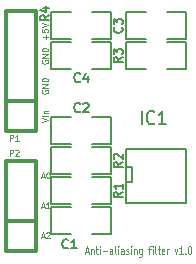
<source format=gto>
G04 (created by PCBNEW (2013-07-07 BZR 4022)-stable) date 9/22/2014 1:32:09 PM*
%MOIN*%
G04 Gerber Fmt 3.4, Leading zero omitted, Abs format*
%FSLAX34Y34*%
G01*
G70*
G90*
G04 APERTURE LIST*
%ADD10C,0.00590551*%
%ADD11C,0.00492126*%
%ADD12C,0.005*%
%ADD13C,0.012*%
G04 APERTURE END LIST*
G54D10*
G54D11*
X10942Y-14832D02*
X11036Y-14832D01*
X10923Y-14911D02*
X10989Y-14635D01*
X11054Y-14911D01*
X11120Y-14727D02*
X11120Y-14911D01*
X11120Y-14754D02*
X11129Y-14740D01*
X11148Y-14727D01*
X11176Y-14727D01*
X11195Y-14740D01*
X11204Y-14767D01*
X11204Y-14911D01*
X11270Y-14727D02*
X11345Y-14727D01*
X11298Y-14635D02*
X11298Y-14872D01*
X11307Y-14898D01*
X11326Y-14911D01*
X11345Y-14911D01*
X11411Y-14911D02*
X11411Y-14727D01*
X11411Y-14635D02*
X11401Y-14649D01*
X11411Y-14662D01*
X11420Y-14649D01*
X11411Y-14635D01*
X11411Y-14662D01*
X11504Y-14806D02*
X11654Y-14806D01*
X11832Y-14911D02*
X11832Y-14767D01*
X11823Y-14740D01*
X11804Y-14727D01*
X11767Y-14727D01*
X11748Y-14740D01*
X11832Y-14898D02*
X11814Y-14911D01*
X11767Y-14911D01*
X11748Y-14898D01*
X11739Y-14872D01*
X11739Y-14845D01*
X11748Y-14819D01*
X11767Y-14806D01*
X11814Y-14806D01*
X11832Y-14793D01*
X11954Y-14911D02*
X11936Y-14898D01*
X11926Y-14872D01*
X11926Y-14635D01*
X12029Y-14911D02*
X12029Y-14727D01*
X12029Y-14635D02*
X12020Y-14649D01*
X12029Y-14662D01*
X12039Y-14649D01*
X12029Y-14635D01*
X12029Y-14662D01*
X12207Y-14911D02*
X12207Y-14767D01*
X12198Y-14740D01*
X12179Y-14727D01*
X12142Y-14727D01*
X12123Y-14740D01*
X12207Y-14898D02*
X12189Y-14911D01*
X12142Y-14911D01*
X12123Y-14898D01*
X12114Y-14872D01*
X12114Y-14845D01*
X12123Y-14819D01*
X12142Y-14806D01*
X12189Y-14806D01*
X12207Y-14793D01*
X12292Y-14898D02*
X12310Y-14911D01*
X12348Y-14911D01*
X12367Y-14898D01*
X12376Y-14872D01*
X12376Y-14859D01*
X12367Y-14832D01*
X12348Y-14819D01*
X12320Y-14819D01*
X12301Y-14806D01*
X12292Y-14780D01*
X12292Y-14767D01*
X12301Y-14740D01*
X12320Y-14727D01*
X12348Y-14727D01*
X12367Y-14740D01*
X12460Y-14911D02*
X12460Y-14727D01*
X12460Y-14635D02*
X12451Y-14649D01*
X12460Y-14662D01*
X12470Y-14649D01*
X12460Y-14635D01*
X12460Y-14662D01*
X12554Y-14727D02*
X12554Y-14911D01*
X12554Y-14754D02*
X12564Y-14740D01*
X12582Y-14727D01*
X12610Y-14727D01*
X12629Y-14740D01*
X12639Y-14767D01*
X12639Y-14911D01*
X12817Y-14727D02*
X12817Y-14950D01*
X12807Y-14977D01*
X12798Y-14990D01*
X12779Y-15003D01*
X12751Y-15003D01*
X12732Y-14990D01*
X12817Y-14898D02*
X12798Y-14911D01*
X12760Y-14911D01*
X12742Y-14898D01*
X12732Y-14885D01*
X12723Y-14859D01*
X12723Y-14780D01*
X12732Y-14754D01*
X12742Y-14740D01*
X12760Y-14727D01*
X12798Y-14727D01*
X12817Y-14740D01*
X13032Y-14727D02*
X13107Y-14727D01*
X13060Y-14911D02*
X13060Y-14675D01*
X13070Y-14649D01*
X13089Y-14635D01*
X13107Y-14635D01*
X13173Y-14911D02*
X13173Y-14727D01*
X13173Y-14635D02*
X13164Y-14649D01*
X13173Y-14662D01*
X13182Y-14649D01*
X13173Y-14635D01*
X13173Y-14662D01*
X13295Y-14911D02*
X13276Y-14898D01*
X13267Y-14872D01*
X13267Y-14635D01*
X13342Y-14727D02*
X13417Y-14727D01*
X13370Y-14635D02*
X13370Y-14872D01*
X13379Y-14898D01*
X13398Y-14911D01*
X13417Y-14911D01*
X13557Y-14898D02*
X13538Y-14911D01*
X13501Y-14911D01*
X13482Y-14898D01*
X13473Y-14872D01*
X13473Y-14767D01*
X13482Y-14740D01*
X13501Y-14727D01*
X13538Y-14727D01*
X13557Y-14740D01*
X13567Y-14767D01*
X13567Y-14793D01*
X13473Y-14819D01*
X13651Y-14911D02*
X13651Y-14727D01*
X13651Y-14780D02*
X13660Y-14754D01*
X13670Y-14740D01*
X13688Y-14727D01*
X13707Y-14727D01*
X13904Y-14727D02*
X13951Y-14911D01*
X13998Y-14727D01*
X14176Y-14911D02*
X14063Y-14911D01*
X14120Y-14911D02*
X14120Y-14635D01*
X14101Y-14675D01*
X14082Y-14701D01*
X14063Y-14714D01*
X14260Y-14885D02*
X14270Y-14898D01*
X14260Y-14911D01*
X14251Y-14898D01*
X14260Y-14885D01*
X14260Y-14911D01*
X14391Y-14635D02*
X14410Y-14635D01*
X14429Y-14649D01*
X14438Y-14662D01*
X14448Y-14688D01*
X14457Y-14740D01*
X14457Y-14806D01*
X14448Y-14859D01*
X14438Y-14885D01*
X14429Y-14898D01*
X14410Y-14911D01*
X14391Y-14911D01*
X14373Y-14898D01*
X14363Y-14885D01*
X14354Y-14859D01*
X14345Y-14806D01*
X14345Y-14740D01*
X14354Y-14688D01*
X14363Y-14662D01*
X14373Y-14649D01*
X14391Y-14635D01*
X9459Y-14323D02*
X9553Y-14323D01*
X9440Y-14379D02*
X9506Y-14182D01*
X9571Y-14379D01*
X9628Y-14201D02*
X9637Y-14192D01*
X9656Y-14182D01*
X9703Y-14182D01*
X9721Y-14192D01*
X9731Y-14201D01*
X9740Y-14220D01*
X9740Y-14239D01*
X9731Y-14267D01*
X9618Y-14379D01*
X9740Y-14379D01*
X9459Y-13323D02*
X9553Y-13323D01*
X9440Y-13379D02*
X9506Y-13182D01*
X9571Y-13379D01*
X9740Y-13379D02*
X9628Y-13379D01*
X9684Y-13379D02*
X9684Y-13182D01*
X9665Y-13210D01*
X9646Y-13229D01*
X9628Y-13239D01*
X9459Y-12323D02*
X9553Y-12323D01*
X9440Y-12379D02*
X9506Y-12182D01*
X9571Y-12379D01*
X9674Y-12182D02*
X9693Y-12182D01*
X9712Y-12192D01*
X9721Y-12201D01*
X9731Y-12220D01*
X9740Y-12257D01*
X9740Y-12304D01*
X9731Y-12342D01*
X9721Y-12360D01*
X9712Y-12370D01*
X9693Y-12379D01*
X9674Y-12379D01*
X9656Y-12370D01*
X9646Y-12360D01*
X9637Y-12342D01*
X9628Y-12304D01*
X9628Y-12257D01*
X9637Y-12220D01*
X9646Y-12201D01*
X9656Y-12192D01*
X9674Y-12182D01*
X9482Y-10501D02*
X9679Y-10435D01*
X9482Y-10370D01*
X9679Y-10304D02*
X9548Y-10304D01*
X9482Y-10304D02*
X9492Y-10314D01*
X9501Y-10304D01*
X9492Y-10295D01*
X9482Y-10304D01*
X9501Y-10304D01*
X9548Y-10210D02*
X9679Y-10210D01*
X9567Y-10210D02*
X9557Y-10201D01*
X9548Y-10182D01*
X9548Y-10154D01*
X9557Y-10135D01*
X9576Y-10126D01*
X9679Y-10126D01*
X9604Y-7753D02*
X9604Y-7603D01*
X9679Y-7678D02*
X9529Y-7678D01*
X9482Y-7415D02*
X9482Y-7509D01*
X9576Y-7518D01*
X9567Y-7509D01*
X9557Y-7490D01*
X9557Y-7443D01*
X9567Y-7425D01*
X9576Y-7415D01*
X9595Y-7406D01*
X9642Y-7406D01*
X9660Y-7415D01*
X9670Y-7425D01*
X9679Y-7443D01*
X9679Y-7490D01*
X9670Y-7509D01*
X9660Y-7518D01*
X9482Y-7350D02*
X9679Y-7284D01*
X9482Y-7218D01*
X9492Y-9449D02*
X9482Y-9468D01*
X9482Y-9496D01*
X9492Y-9524D01*
X9510Y-9543D01*
X9529Y-9553D01*
X9567Y-9562D01*
X9595Y-9562D01*
X9632Y-9553D01*
X9651Y-9543D01*
X9670Y-9524D01*
X9679Y-9496D01*
X9679Y-9478D01*
X9670Y-9449D01*
X9660Y-9440D01*
X9595Y-9440D01*
X9595Y-9478D01*
X9679Y-9356D02*
X9482Y-9356D01*
X9679Y-9243D01*
X9482Y-9243D01*
X9679Y-9150D02*
X9482Y-9150D01*
X9482Y-9103D01*
X9492Y-9075D01*
X9510Y-9056D01*
X9529Y-9046D01*
X9567Y-9037D01*
X9595Y-9037D01*
X9632Y-9046D01*
X9651Y-9056D01*
X9670Y-9075D01*
X9679Y-9103D01*
X9679Y-9150D01*
X9492Y-8449D02*
X9482Y-8468D01*
X9482Y-8496D01*
X9492Y-8524D01*
X9510Y-8543D01*
X9529Y-8553D01*
X9567Y-8562D01*
X9595Y-8562D01*
X9632Y-8553D01*
X9651Y-8543D01*
X9670Y-8524D01*
X9679Y-8496D01*
X9679Y-8478D01*
X9670Y-8449D01*
X9660Y-8440D01*
X9595Y-8440D01*
X9595Y-8478D01*
X9679Y-8356D02*
X9482Y-8356D01*
X9679Y-8243D01*
X9482Y-8243D01*
X9679Y-8150D02*
X9482Y-8150D01*
X9482Y-8103D01*
X9492Y-8075D01*
X9510Y-8056D01*
X9529Y-8046D01*
X9567Y-8037D01*
X9595Y-8037D01*
X9632Y-8046D01*
X9651Y-8056D01*
X9670Y-8075D01*
X9679Y-8103D01*
X9679Y-8150D01*
G54D12*
X12300Y-11400D02*
X14300Y-11400D01*
X14300Y-11400D02*
X14300Y-13200D01*
X14300Y-13200D02*
X12300Y-13200D01*
X12300Y-13200D02*
X12300Y-11400D01*
X12300Y-12000D02*
X12500Y-12000D01*
X12500Y-12000D02*
X12500Y-12500D01*
X12500Y-12500D02*
X12300Y-12500D01*
X9800Y-12350D02*
X9800Y-13250D01*
X9800Y-13250D02*
X10450Y-13250D01*
X11150Y-12350D02*
X11800Y-12350D01*
X11800Y-12350D02*
X11800Y-13250D01*
X11800Y-13250D02*
X11150Y-13250D01*
X10450Y-12350D02*
X9800Y-12350D01*
X9800Y-11350D02*
X9800Y-12250D01*
X9800Y-12250D02*
X10450Y-12250D01*
X11150Y-11350D02*
X11800Y-11350D01*
X11800Y-11350D02*
X11800Y-12250D01*
X11800Y-12250D02*
X11150Y-12250D01*
X10450Y-11350D02*
X9800Y-11350D01*
X11800Y-11250D02*
X11800Y-10350D01*
X11800Y-10350D02*
X11150Y-10350D01*
X10450Y-11250D02*
X9800Y-11250D01*
X9800Y-11250D02*
X9800Y-10350D01*
X9800Y-10350D02*
X10450Y-10350D01*
X11150Y-11250D02*
X11800Y-11250D01*
X9800Y-13350D02*
X9800Y-14250D01*
X9800Y-14250D02*
X10450Y-14250D01*
X11150Y-13350D02*
X11800Y-13350D01*
X11800Y-13350D02*
X11800Y-14250D01*
X11800Y-14250D02*
X11150Y-14250D01*
X10450Y-13350D02*
X9800Y-13350D01*
X14300Y-8750D02*
X14300Y-7850D01*
X14300Y-7850D02*
X13650Y-7850D01*
X12950Y-8750D02*
X12300Y-8750D01*
X12300Y-8750D02*
X12300Y-7850D01*
X12300Y-7850D02*
X12950Y-7850D01*
X13650Y-8750D02*
X14300Y-8750D01*
X11800Y-7750D02*
X11800Y-6850D01*
X11800Y-6850D02*
X11150Y-6850D01*
X10450Y-7750D02*
X9800Y-7750D01*
X9800Y-7750D02*
X9800Y-6850D01*
X9800Y-6850D02*
X10450Y-6850D01*
X11150Y-7750D02*
X11800Y-7750D01*
X12300Y-6850D02*
X12300Y-7750D01*
X12300Y-7750D02*
X12950Y-7750D01*
X13650Y-6850D02*
X14300Y-6850D01*
X14300Y-6850D02*
X14300Y-7750D01*
X14300Y-7750D02*
X13650Y-7750D01*
X12950Y-6850D02*
X12300Y-6850D01*
X11800Y-8750D02*
X11800Y-7850D01*
X11800Y-7850D02*
X11150Y-7850D01*
X10450Y-8750D02*
X9800Y-8750D01*
X9800Y-8750D02*
X9800Y-7850D01*
X9800Y-7850D02*
X10450Y-7850D01*
X11150Y-8750D02*
X11800Y-8750D01*
G54D13*
X8300Y-10800D02*
X8300Y-10800D01*
X9300Y-10800D02*
X8300Y-10800D01*
X8300Y-10800D02*
X8300Y-10800D01*
X8300Y-10800D02*
X8300Y-6800D01*
X8300Y-6800D02*
X9300Y-6800D01*
X9300Y-6800D02*
X9300Y-10800D01*
X9300Y-9800D02*
X8300Y-9800D01*
X9300Y-14800D02*
X8300Y-14800D01*
X8300Y-14800D02*
X8300Y-11800D01*
X8300Y-11800D02*
X9300Y-11800D01*
X9300Y-11800D02*
X9300Y-14800D01*
X8300Y-13800D02*
X9300Y-13800D01*
G54D12*
X12809Y-10582D02*
X12809Y-10132D01*
X13228Y-10539D02*
X13209Y-10560D01*
X13152Y-10582D01*
X13114Y-10582D01*
X13057Y-10560D01*
X13019Y-10517D01*
X13000Y-10475D01*
X12980Y-10389D01*
X12980Y-10325D01*
X13000Y-10239D01*
X13019Y-10196D01*
X13057Y-10153D01*
X13114Y-10132D01*
X13152Y-10132D01*
X13209Y-10153D01*
X13228Y-10175D01*
X13609Y-10582D02*
X13380Y-10582D01*
X13495Y-10582D02*
X13495Y-10132D01*
X13457Y-10196D01*
X13419Y-10239D01*
X13380Y-10260D01*
X12171Y-12850D02*
X12028Y-12950D01*
X12171Y-13021D02*
X11871Y-13021D01*
X11871Y-12907D01*
X11885Y-12878D01*
X11900Y-12864D01*
X11928Y-12850D01*
X11971Y-12850D01*
X12000Y-12864D01*
X12014Y-12878D01*
X12028Y-12907D01*
X12028Y-13021D01*
X12171Y-12564D02*
X12171Y-12735D01*
X12171Y-12650D02*
X11871Y-12650D01*
X11914Y-12678D01*
X11942Y-12707D01*
X11957Y-12735D01*
X12171Y-11850D02*
X12028Y-11950D01*
X12171Y-12021D02*
X11871Y-12021D01*
X11871Y-11907D01*
X11885Y-11878D01*
X11900Y-11864D01*
X11928Y-11850D01*
X11971Y-11850D01*
X12000Y-11864D01*
X12014Y-11878D01*
X12028Y-11907D01*
X12028Y-12021D01*
X11900Y-11735D02*
X11885Y-11721D01*
X11871Y-11692D01*
X11871Y-11621D01*
X11885Y-11592D01*
X11900Y-11578D01*
X11928Y-11564D01*
X11957Y-11564D01*
X12000Y-11578D01*
X12171Y-11750D01*
X12171Y-11564D01*
X10750Y-10142D02*
X10735Y-10157D01*
X10692Y-10171D01*
X10664Y-10171D01*
X10621Y-10157D01*
X10592Y-10128D01*
X10578Y-10100D01*
X10564Y-10042D01*
X10564Y-10000D01*
X10578Y-9942D01*
X10592Y-9914D01*
X10621Y-9885D01*
X10664Y-9871D01*
X10692Y-9871D01*
X10735Y-9885D01*
X10750Y-9900D01*
X10864Y-9900D02*
X10878Y-9885D01*
X10907Y-9871D01*
X10978Y-9871D01*
X11007Y-9885D01*
X11021Y-9900D01*
X11035Y-9928D01*
X11035Y-9957D01*
X11021Y-10000D01*
X10850Y-10171D01*
X11035Y-10171D01*
X10350Y-14692D02*
X10335Y-14707D01*
X10292Y-14721D01*
X10264Y-14721D01*
X10221Y-14707D01*
X10192Y-14678D01*
X10178Y-14650D01*
X10164Y-14592D01*
X10164Y-14550D01*
X10178Y-14492D01*
X10192Y-14464D01*
X10221Y-14435D01*
X10264Y-14421D01*
X10292Y-14421D01*
X10335Y-14435D01*
X10350Y-14450D01*
X10635Y-14721D02*
X10464Y-14721D01*
X10550Y-14721D02*
X10550Y-14421D01*
X10521Y-14464D01*
X10492Y-14492D01*
X10464Y-14507D01*
X12171Y-8350D02*
X12028Y-8450D01*
X12171Y-8521D02*
X11871Y-8521D01*
X11871Y-8407D01*
X11885Y-8378D01*
X11900Y-8364D01*
X11928Y-8350D01*
X11971Y-8350D01*
X12000Y-8364D01*
X12014Y-8378D01*
X12028Y-8407D01*
X12028Y-8521D01*
X11871Y-8250D02*
X11871Y-8064D01*
X11985Y-8164D01*
X11985Y-8121D01*
X12000Y-8092D01*
X12014Y-8078D01*
X12042Y-8064D01*
X12114Y-8064D01*
X12142Y-8078D01*
X12157Y-8092D01*
X12171Y-8121D01*
X12171Y-8207D01*
X12157Y-8235D01*
X12142Y-8250D01*
X9721Y-6950D02*
X9578Y-7050D01*
X9721Y-7121D02*
X9421Y-7121D01*
X9421Y-7007D01*
X9435Y-6978D01*
X9450Y-6964D01*
X9478Y-6950D01*
X9521Y-6950D01*
X9550Y-6964D01*
X9564Y-6978D01*
X9578Y-7007D01*
X9578Y-7121D01*
X9521Y-6692D02*
X9721Y-6692D01*
X9407Y-6764D02*
X9621Y-6835D01*
X9621Y-6650D01*
X12142Y-7350D02*
X12157Y-7364D01*
X12171Y-7407D01*
X12171Y-7435D01*
X12157Y-7478D01*
X12128Y-7507D01*
X12100Y-7521D01*
X12042Y-7535D01*
X12000Y-7535D01*
X11942Y-7521D01*
X11914Y-7507D01*
X11885Y-7478D01*
X11871Y-7435D01*
X11871Y-7407D01*
X11885Y-7364D01*
X11900Y-7350D01*
X11871Y-7250D02*
X11871Y-7064D01*
X11985Y-7164D01*
X11985Y-7121D01*
X12000Y-7092D01*
X12014Y-7078D01*
X12042Y-7064D01*
X12114Y-7064D01*
X12142Y-7078D01*
X12157Y-7092D01*
X12171Y-7121D01*
X12171Y-7207D01*
X12157Y-7235D01*
X12142Y-7250D01*
X10750Y-9142D02*
X10735Y-9157D01*
X10692Y-9171D01*
X10664Y-9171D01*
X10621Y-9157D01*
X10592Y-9128D01*
X10578Y-9100D01*
X10564Y-9042D01*
X10564Y-9000D01*
X10578Y-8942D01*
X10592Y-8914D01*
X10621Y-8885D01*
X10664Y-8871D01*
X10692Y-8871D01*
X10735Y-8885D01*
X10750Y-8900D01*
X11007Y-8971D02*
X11007Y-9171D01*
X10935Y-8857D02*
X10864Y-9071D01*
X11050Y-9071D01*
G54D11*
X8404Y-11129D02*
X8404Y-10932D01*
X8479Y-10932D01*
X8498Y-10942D01*
X8507Y-10951D01*
X8517Y-10970D01*
X8517Y-10998D01*
X8507Y-11017D01*
X8498Y-11026D01*
X8479Y-11035D01*
X8404Y-11035D01*
X8704Y-11129D02*
X8592Y-11129D01*
X8648Y-11129D02*
X8648Y-10932D01*
X8629Y-10960D01*
X8610Y-10979D01*
X8592Y-10989D01*
X8404Y-11629D02*
X8404Y-11432D01*
X8479Y-11432D01*
X8498Y-11442D01*
X8507Y-11451D01*
X8517Y-11470D01*
X8517Y-11498D01*
X8507Y-11517D01*
X8498Y-11526D01*
X8479Y-11535D01*
X8404Y-11535D01*
X8592Y-11451D02*
X8601Y-11442D01*
X8620Y-11432D01*
X8667Y-11432D01*
X8685Y-11442D01*
X8695Y-11451D01*
X8704Y-11470D01*
X8704Y-11489D01*
X8695Y-11517D01*
X8582Y-11629D01*
X8704Y-11629D01*
M02*

</source>
